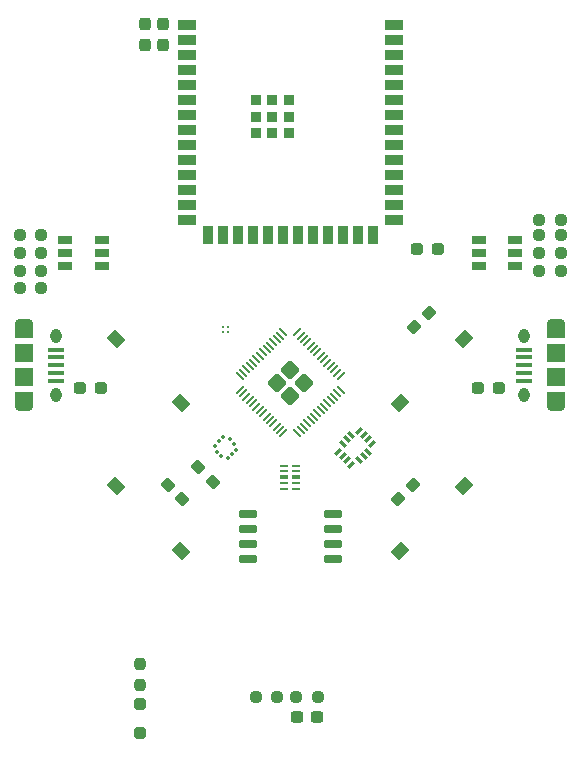
<source format=gbr>
%TF.GenerationSoftware,KiCad,Pcbnew,8.0.2*%
%TF.CreationDate,2024-08-20T16:45:35-03:00*%
%TF.ProjectId,dough,646f7567-682e-46b6-9963-61645f706362,rev?*%
%TF.SameCoordinates,Original*%
%TF.FileFunction,Paste,Top*%
%TF.FilePolarity,Positive*%
%FSLAX46Y46*%
G04 Gerber Fmt 4.6, Leading zero omitted, Abs format (unit mm)*
G04 Created by KiCad (PCBNEW 8.0.2) date 2024-08-20 16:45:35*
%MOMM*%
%LPD*%
G01*
G04 APERTURE LIST*
G04 Aperture macros list*
%AMRoundRect*
0 Rectangle with rounded corners*
0 $1 Rounding radius*
0 $2 $3 $4 $5 $6 $7 $8 $9 X,Y pos of 4 corners*
0 Add a 4 corners polygon primitive as box body*
4,1,4,$2,$3,$4,$5,$6,$7,$8,$9,$2,$3,0*
0 Add four circle primitives for the rounded corners*
1,1,$1+$1,$2,$3*
1,1,$1+$1,$4,$5*
1,1,$1+$1,$6,$7*
1,1,$1+$1,$8,$9*
0 Add four rect primitives between the rounded corners*
20,1,$1+$1,$2,$3,$4,$5,0*
20,1,$1+$1,$4,$5,$6,$7,0*
20,1,$1+$1,$6,$7,$8,$9,0*
20,1,$1+$1,$8,$9,$2,$3,0*%
%AMRotRect*
0 Rectangle, with rotation*
0 The origin of the aperture is its center*
0 $1 length*
0 $2 width*
0 $3 Rotation angle, in degrees counterclockwise*
0 Add horizontal line*
21,1,$1,$2,0,0,$3*%
G04 Aperture macros list end*
%ADD10R,0.900000X0.900000*%
%ADD11R,1.500000X0.900000*%
%ADD12R,0.900000X1.500000*%
%ADD13R,1.300000X0.700000*%
%ADD14RoundRect,0.237500X0.287500X0.237500X-0.287500X0.237500X-0.287500X-0.237500X0.287500X-0.237500X0*%
%ADD15RoundRect,0.250000X0.250000X-0.250000X0.250000X0.250000X-0.250000X0.250000X-0.250000X-0.250000X0*%
%ADD16RoundRect,0.237500X0.250000X0.237500X-0.250000X0.237500X-0.250000X-0.237500X0.250000X-0.237500X0*%
%ADD17RoundRect,0.237500X-0.300000X-0.237500X0.300000X-0.237500X0.300000X0.237500X-0.300000X0.237500X0*%
%ADD18RoundRect,0.237500X0.044194X0.380070X-0.380070X-0.044194X-0.044194X-0.380070X0.380070X0.044194X0*%
%ADD19RoundRect,0.237500X-0.250000X-0.237500X0.250000X-0.237500X0.250000X0.237500X-0.250000X0.237500X0*%
%ADD20RoundRect,0.237500X-0.237500X0.300000X-0.237500X-0.300000X0.237500X-0.300000X0.237500X0.300000X0*%
%ADD21C,0.250000*%
%ADD22RotRect,1.250000X1.000000X45.000000*%
%ADD23RoundRect,0.249999X0.558616X0.000000X0.000000X0.558616X-0.558616X0.000000X0.000000X-0.558616X0*%
%ADD24RoundRect,0.050000X0.309359X-0.238649X-0.238649X0.309359X-0.309359X0.238649X0.238649X-0.309359X0*%
%ADD25RoundRect,0.050000X0.309359X0.238649X0.238649X0.309359X-0.309359X-0.238649X-0.238649X-0.309359X0*%
%ADD26RotRect,1.250000X1.000000X315.000000*%
%ADD27RoundRect,0.237500X0.380070X-0.044194X-0.044194X0.380070X-0.380070X0.044194X0.044194X-0.380070X0*%
%ADD28RoundRect,0.150000X0.650000X0.150000X-0.650000X0.150000X-0.650000X-0.150000X0.650000X-0.150000X0*%
%ADD29RoundRect,0.237500X0.237500X-0.300000X0.237500X0.300000X-0.237500X0.300000X-0.237500X-0.300000X0*%
%ADD30RotRect,0.254000X0.279400X135.000000*%
%ADD31RotRect,0.254000X0.254000X45.000000*%
%ADD32O,1.550000X0.890000*%
%ADD33O,0.950000X1.250000*%
%ADD34R,1.350000X0.400000*%
%ADD35R,1.550000X1.200000*%
%ADD36R,1.550000X1.500000*%
%ADD37RoundRect,0.237500X-0.237500X0.250000X-0.237500X-0.250000X0.237500X-0.250000X0.237500X0.250000X0*%
%ADD38RoundRect,0.050000X-0.300000X-0.050000X0.300000X-0.050000X0.300000X0.050000X-0.300000X0.050000X0*%
%ADD39RoundRect,0.100000X-0.250000X-0.100000X0.250000X-0.100000X0.250000X0.100000X-0.250000X0.100000X0*%
%ADD40RotRect,0.675000X0.250000X225.000000*%
%ADD41RotRect,0.250000X0.675000X225.000000*%
G04 APERTURE END LIST*
D10*
%TO.C,U9*%
X119900000Y-43460000D03*
X119900000Y-44860000D03*
X119900000Y-46260000D03*
X121300000Y-43460000D03*
X121300000Y-44860000D03*
X121300000Y-46260000D03*
X122700000Y-43460000D03*
X122700000Y-44860000D03*
X122700000Y-46260000D03*
D11*
X114050000Y-37140000D03*
X114050000Y-38410000D03*
X114050000Y-39680000D03*
X114050000Y-40950000D03*
X114050000Y-42220000D03*
X114050000Y-43490000D03*
X114050000Y-44760000D03*
X114050000Y-46030000D03*
X114050000Y-47300000D03*
X114050000Y-48570000D03*
X114050000Y-49840000D03*
X114050000Y-51110000D03*
X114050000Y-52380000D03*
X114050000Y-53650000D03*
D12*
X115815000Y-54900000D03*
X117085000Y-54900000D03*
X118355000Y-54900000D03*
X119625000Y-54900000D03*
X120895000Y-54900000D03*
X122165000Y-54900000D03*
X123435000Y-54900000D03*
X124705000Y-54900000D03*
X125975000Y-54900000D03*
X127245000Y-54900000D03*
X128515000Y-54900000D03*
X129785000Y-54900000D03*
D11*
X131550000Y-53650000D03*
X131550000Y-52380000D03*
X131550000Y-51110000D03*
X131550000Y-49840000D03*
X131550000Y-48570000D03*
X131550000Y-47300000D03*
X131550000Y-46030000D03*
X131550000Y-44760000D03*
X131550000Y-43490000D03*
X131550000Y-42220000D03*
X131550000Y-40950000D03*
X131550000Y-39680000D03*
X131550000Y-38410000D03*
X131550000Y-37140000D03*
%TD*%
D13*
%TO.C,D1*%
X106850000Y-57500000D03*
X106850000Y-56400000D03*
X106850000Y-55300000D03*
X103750000Y-55300000D03*
X103750000Y-56400000D03*
X103750000Y-57500000D03*
%TD*%
D14*
%TO.C,D7*%
X135275000Y-56100000D03*
X133525000Y-56100000D03*
%TD*%
D15*
%TO.C,D10*%
X110100000Y-97050000D03*
X110100000Y-94550000D03*
%TD*%
D16*
%TO.C,R29*%
X145712500Y-56400000D03*
X143887500Y-56400000D03*
%TD*%
D17*
%TO.C,C7*%
X123337500Y-95700000D03*
X125062500Y-95700000D03*
%TD*%
D16*
%TO.C,R30*%
X145712500Y-54900000D03*
X143887500Y-54900000D03*
%TD*%
D13*
%TO.C,D5*%
X138750000Y-55300000D03*
X138750000Y-56400000D03*
X138750000Y-57500000D03*
X141850000Y-57500000D03*
X141850000Y-56400000D03*
X141850000Y-55300000D03*
%TD*%
D18*
%TO.C,C25*%
X133159880Y-76040120D03*
X131940120Y-77259880D03*
%TD*%
D19*
%TO.C,R14*%
X99887500Y-54900000D03*
X101712500Y-54900000D03*
%TD*%
D16*
%TO.C,R31*%
X145712500Y-53650000D03*
X143887500Y-53650000D03*
%TD*%
D20*
%TO.C,C401*%
X112050000Y-37037500D03*
X112050000Y-38762500D03*
%TD*%
D21*
%TO.C,U7*%
X117100000Y-62700000D03*
X117500000Y-62700000D03*
X117100000Y-63100000D03*
X117500000Y-63100000D03*
%TD*%
D22*
%TO.C,SW4*%
X132059961Y-69140039D03*
X137540039Y-63659961D03*
%TD*%
D23*
%TO.C,U2*%
X122800000Y-68531371D03*
X123931371Y-67400000D03*
X121668629Y-67400000D03*
X122800000Y-66268629D03*
D24*
X123392202Y-71669157D03*
X123675045Y-71386314D03*
X123957887Y-71103472D03*
X124240730Y-70820629D03*
X124523573Y-70537786D03*
X124806415Y-70254944D03*
X125089258Y-69972101D03*
X125372101Y-69689258D03*
X125654944Y-69406415D03*
X125937786Y-69123573D03*
X126220629Y-68840730D03*
X126503472Y-68557887D03*
X126786314Y-68275045D03*
X127069157Y-67992202D03*
D25*
X127069157Y-66807798D03*
X126786314Y-66524955D03*
X126503472Y-66242113D03*
X126220629Y-65959270D03*
X125937786Y-65676427D03*
X125654944Y-65393585D03*
X125372101Y-65110742D03*
X125089258Y-64827899D03*
X124806415Y-64545056D03*
X124523573Y-64262214D03*
X124240730Y-63979371D03*
X123957887Y-63696528D03*
X123675045Y-63413686D03*
X123392202Y-63130843D03*
D24*
X122207798Y-63130843D03*
X121924955Y-63413686D03*
X121642113Y-63696528D03*
X121359270Y-63979371D03*
X121076427Y-64262214D03*
X120793585Y-64545056D03*
X120510742Y-64827899D03*
X120227899Y-65110742D03*
X119945056Y-65393585D03*
X119662214Y-65676427D03*
X119379371Y-65959270D03*
X119096528Y-66242113D03*
X118813686Y-66524955D03*
X118530843Y-66807798D03*
D25*
X118530843Y-67992202D03*
X118813686Y-68275045D03*
X119096528Y-68557887D03*
X119379371Y-68840730D03*
X119662214Y-69123573D03*
X119945056Y-69406415D03*
X120227899Y-69689258D03*
X120510742Y-69972101D03*
X120793585Y-70254944D03*
X121076427Y-70537786D03*
X121359270Y-70820629D03*
X121642113Y-71103472D03*
X121924955Y-71386314D03*
X122207798Y-71669157D03*
%TD*%
D26*
%TO.C,SW301*%
X108059961Y-63659961D03*
X113540039Y-69140039D03*
%TD*%
%TO.C,SW1*%
X108059961Y-76159961D03*
X113540039Y-81640039D03*
%TD*%
D27*
%TO.C,C11*%
X112440120Y-76040120D03*
X113659880Y-77259880D03*
%TD*%
D28*
%TO.C,U1*%
X126400000Y-82305000D03*
X126400000Y-81035000D03*
X126400000Y-79765000D03*
X126400000Y-78495000D03*
X119200000Y-78495000D03*
X119200000Y-79765000D03*
X119200000Y-81035000D03*
X119200000Y-82305000D03*
%TD*%
D29*
%TO.C,C405*%
X110540000Y-38762500D03*
X110540000Y-37037500D03*
%TD*%
D30*
%TO.C,U6*%
X116585609Y-73260837D03*
X116939163Y-73614391D03*
D31*
X117493042Y-73800147D03*
X117846594Y-73446594D03*
X118200147Y-73093042D03*
D30*
X118014391Y-72539163D03*
X117660837Y-72185609D03*
D31*
X117106958Y-71999853D03*
X116753406Y-72353406D03*
X116399853Y-72706958D03*
%TD*%
D27*
%TO.C,C18*%
X116234880Y-75759880D03*
X115015120Y-74540120D03*
%TD*%
D18*
%TO.C,C402*%
X134509880Y-61490120D03*
X133290120Y-62709880D03*
%TD*%
D14*
%TO.C,D8*%
X106775000Y-67800000D03*
X105025000Y-67800000D03*
%TD*%
D16*
%TO.C,R32*%
X145712500Y-57900000D03*
X143887500Y-57900000D03*
%TD*%
D19*
%TO.C,R28*%
X99887500Y-59400000D03*
X101712500Y-59400000D03*
%TD*%
D14*
%TO.C,D9*%
X140475000Y-67800000D03*
X138725000Y-67800000D03*
%TD*%
D32*
%TO.C,J10*%
X145300000Y-69400000D03*
D33*
X142600000Y-68400000D03*
X142600000Y-63400000D03*
D32*
X145300000Y-62400000D03*
D34*
X142600000Y-67200000D03*
X142600000Y-66550000D03*
X142600000Y-65900000D03*
X142600000Y-65250000D03*
X142600000Y-64600000D03*
D35*
X145300000Y-68800000D03*
D36*
X145300000Y-66900000D03*
X145300000Y-64900000D03*
D35*
X145300000Y-63000000D03*
%TD*%
D19*
%TO.C,R16*%
X99887500Y-57900000D03*
X101712500Y-57900000D03*
%TD*%
%TO.C,R46*%
X119887500Y-94000000D03*
X121712500Y-94000000D03*
%TD*%
D37*
%TO.C,R48*%
X110100000Y-91187500D03*
X110100000Y-93012500D03*
%TD*%
D19*
%TO.C,R15*%
X99887500Y-56400000D03*
X101712500Y-56400000D03*
%TD*%
D38*
%TO.C,U10*%
X122300000Y-74400000D03*
X122300000Y-74900000D03*
D39*
X122300000Y-75400000D03*
D38*
X122300000Y-75900000D03*
X122300000Y-76400000D03*
X123300000Y-76400000D03*
X123300000Y-75900000D03*
D39*
X123300000Y-75400000D03*
D38*
X123300000Y-74900000D03*
X123300000Y-74400000D03*
%TD*%
D40*
%TO.C,U8*%
X129723052Y-72537608D03*
X129369499Y-72184054D03*
X129015946Y-71830501D03*
X128662392Y-71476948D03*
D41*
X127937608Y-71830501D03*
X127584054Y-72184054D03*
X127230501Y-72537608D03*
D40*
X126876948Y-73262392D03*
X127230501Y-73615946D03*
X127584054Y-73969499D03*
X127937608Y-74323052D03*
D41*
X128662392Y-73969499D03*
X129015946Y-73615946D03*
X129369499Y-73262392D03*
%TD*%
D22*
%TO.C,SW2*%
X132059961Y-81640039D03*
X137540039Y-76159961D03*
%TD*%
D32*
%TO.C,J3*%
X100300000Y-62400000D03*
D33*
X103000000Y-63400000D03*
X103000000Y-68400000D03*
D32*
X100300000Y-69400000D03*
D34*
X103000000Y-64600000D03*
X103000000Y-65250000D03*
X103000000Y-65900000D03*
X103000000Y-66550000D03*
X103000000Y-67200000D03*
D35*
X100300000Y-63000000D03*
D36*
X100300000Y-64900000D03*
X100300000Y-66900000D03*
D35*
X100300000Y-68800000D03*
%TD*%
D19*
%TO.C,R47*%
X123287500Y-94000000D03*
X125112500Y-94000000D03*
%TD*%
M02*

</source>
